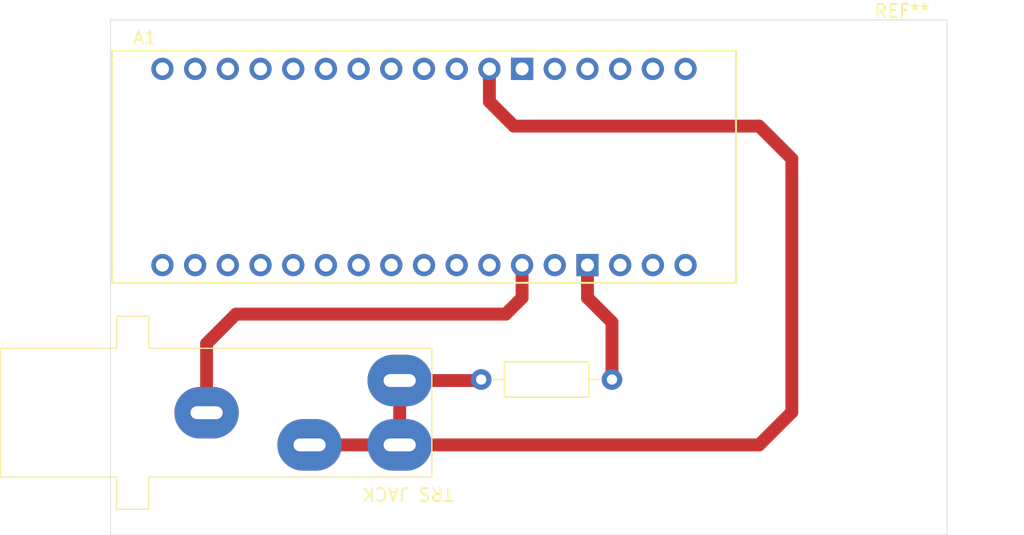
<source format=kicad_pcb>
(kicad_pcb (version 20241229) (generator "pcbnew") (generator_version "9.0")
  (layers (0 "F.Cu" signal) (2 "B.Cu" signal) (13 "F.Paste" user) (15 "B.Paste" user) (5 "F.SilkS" user "F.Silkscreen") (7 "B.SilkS" user "B.Silkscreen") (1 "F.Mask" user) (3 "B.Mask" user) (25 "Edge.Cuts" user))
  (net 0 "")
  (net 24 "Net-(A1-D2{slash}SDA)")
  (net 30 "+5V")
  (net 31 "GND")
  (footprint "PCM_arduino-library:Arduino_Micro_Socket" (layer "F.Cu") (at 0.12 20.425)
    (property "Reference" "A1" (at 2.54 -19.05 0) (layer "F.SilkS"))
    (property "Value" "Arduino_Micro_Socket")
    (fp_line (start 0 -18.034) (end 48.48 -18.034) (stroke (width 0.15)) (layer "F.SilkS"))
    (fp_line (start 0 -18) (end 0 0) (stroke (width 0.15)) (layer "F.SilkS"))
    (fp_line (start 0 0) (end 48.48 0) (stroke (width 0.15)) (layer "F.SilkS"))
    (fp_line (start 48.48 -18) (end 48.48 0) (stroke (width 0.15)) (layer "F.SilkS"))
    (pad "" np_thru_hole circle (at 1.38 -16.62) (size 1.4 1.4) (drill 1.4) (layers "*.Cu" "*.Mask"))
    (pad "" np_thru_hole circle (at 1.38 -1.38) (size 1.4 1.4) (drill 1.4) (layers "*.Cu" "*.Mask"))
    (pad "" thru_hole oval (at 26.78 -1.38) (size 1.7272 1.7272) (drill 1.016) (layers "*.Cu" "*.Mask"))
    (pad "" thru_hole oval (at 29.32 -1.38) (size 1.7272 1.7272) (drill 1.016) (layers "*.Cu" "*.Mask"))
    (pad "" np_thru_hole circle (at 47.1 -16.62) (size 1.016 1.016) (drill 1.016) (layers "*.Cu" "*.Mask"))
    (pad "" np_thru_hole circle (at 47.1 -1.38) (size 1.4 1.4) (drill 1.4) (layers "*.Cu" "*.Mask"))
    (pad "3V3" thru_hole oval (at 6.46 -1.38) (size 1.7272 1.7272) (drill 1.016) (layers "*.Cu" "*.Mask"))
    (pad "5V" thru_hole oval (at 31.86 -1.38) (size 1.7272 1.7272) (drill 1.016) (layers "*.Cu" "*.Mask") (net 30 "+5V"))
    (pad "A0" thru_hole oval (at 11.54 -1.38) (size 1.7272 1.7272) (drill 1.016) (layers "*.Cu" "*.Mask"))
    (pad "A1" thru_hole oval (at 14.08 -1.38) (size 1.7272 1.7272) (drill 1.016) (layers "*.Cu" "*.Mask"))
    (pad "A2" thru_hole oval (at 16.62 -1.38) (size 1.7272 1.7272) (drill 1.016) (layers "*.Cu" "*.Mask"))
    (pad "A3" thru_hole oval (at 19.16 -1.38) (size 1.7272 1.7272) (drill 1.016) (layers "*.Cu" "*.Mask"))
    (pad "A4" thru_hole oval (at 21.7 -1.38) (size 1.7272 1.7272) (drill 1.016) (layers "*.Cu" "*.Mask"))
    (pad "A5" thru_hole oval (at 24.24 -1.38) (size 1.7272 1.7272) (drill 1.016) (layers "*.Cu" "*.Mask"))
    (pad "AREF" thru_hole oval (at 9 -1.38) (size 1.7272 1.7272) (drill 1.016) (layers "*.Cu" "*.Mask"))
    (pad "D0" thru_hole oval (at 36.94 -16.62) (size 1.7272 1.7272) (drill 1.016) (layers "*.Cu" "*.Mask"))
    (pad "D1" thru_hole oval (at 39.48 -16.62) (size 1.7272 1.7272) (drill 1.016) (layers "*.Cu" "*.Mask"))
    (pad "D2" thru_hole oval (at 29.32 -16.62) (size 1.7272 1.7272) (drill 1.016) (layers "*.Cu" "*.Mask") (net 24 "Net-(A1-D2{slash}SDA)"))
    (pad "D3" thru_hole oval (at 26.78 -16.62) (size 1.7272 1.7272) (drill 1.016) (layers "*.Cu" "*.Mask"))
    (pad "D4" thru_hole oval (at 24.24 -16.62) (size 1.7272 1.7272) (drill 1.016) (layers "*.Cu" "*.Mask"))
    (pad "D5" thru_hole oval (at 21.7 -16.62) (size 1.7272 1.7272) (drill 1.016) (layers "*.Cu" "*.Mask"))
    (pad "D6" thru_hole oval (at 19.16 -16.62) (size 1.7272 1.7272) (drill 1.016) (layers "*.Cu" "*.Mask"))
    (pad "D7" thru_hole oval (at 16.62 -16.62) (size 1.7272 1.7272) (drill 1.016) (layers "*.Cu" "*.Mask"))
    (pad "D8" thru_hole oval (at 14.08 -16.62) (size 1.7272 1.7272) (drill 1.016) (layers "*.Cu" "*.Mask"))
    (pad "D9" thru_hole oval (at 11.54 -16.62) (size 1.7272 1.7272) (drill 1.016) (layers "*.Cu" "*.Mask"))
    (pad "D10" thru_hole oval (at 9 -16.62) (size 1.7272 1.7272) (drill 1.016) (layers "*.Cu" "*.Mask"))
    (pad "D11" thru_hole oval (at 6.46 -16.62) (size 1.7272 1.7272) (drill 1.016) (layers "*.Cu" "*.Mask"))
    (pad "D12" thru_hole oval (at 3.92 -16.62) (size 1.7272 1.7272) (drill 1.016) (layers "*.Cu" "*.Mask"))
    (pad "D13" thru_hole oval (at 3.92 -1.38) (size 1.7272 1.7272) (drill 1.016) (layers "*.Cu" "*.Mask"))
    (pad "GND1" thru_hole rect (at 36.94 -1.38) (size 1.7272 1.7272) (drill 1.016) (layers "*.Cu" "*.Mask") (net 31 "GND"))
    (pad "GND2" thru_hole rect (at 31.86 -16.62) (size 1.7272 1.7272) (drill 1.016) (layers "*.Cu" "*.Mask") (net 31 "GND"))
    (pad "MISO" thru_hole oval (at 42.02 -1.38) (size 1.7272 1.7272) (drill 1.016) (layers "*.Cu" "*.Mask"))
    (pad "MOSI" thru_hole circle (at 44.56 -16.62) (size 1.7272 1.7272) (drill 1.016) (layers "*.Cu" "*.Mask"))
    (pad "RST1" thru_hole oval (at 34.4 -1.38) (size 1.7272 1.7272) (drill 1.016) (layers "*.Cu" "*.Mask"))
    (pad "RST2" thru_hole oval (at 34.4 -16.62) (size 1.7272 1.7272) (drill 1.016) (layers "*.Cu" "*.Mask"))
    (pad "SCK" thru_hole oval (at 44.56 -1.38) (size 1.7272 1.7272) (drill 1.016) (layers "*.Cu" "*.Mask"))
    (pad "SS" thru_hole oval (at 42.02 -16.62) (size 1.7272 1.7272) (drill 1.016) (layers "*.Cu" "*.Mask"))
    (pad "VIN" thru_hole oval (at 39.48 -1.38) (size 1.7272 1.7272) (drill 1.016) (layers "*.Cu" "*.Mask"))
  )
  (footprint "Custom:Jack_TRS_6.3_Ketron" (layer "F.Cu") (at 24.97 35.515 180)
    (property "Reference" "J1" (hide yes))
    (property "Value" "AudioJack3")
    (fp_line (start 33.5 10) (end 24.5 10) (stroke (width 0.1)) (layer "F.SilkS"))
    (fp_line (start 33.5 0) (end 33.5 10) (stroke (width 0.1)) (layer "F.SilkS"))
    (fp_line (start 24.5 12.5) (end 22 12.5) (stroke (width 0.1)) (layer "F.SilkS"))
    (fp_line (start 24.5 10) (end 24.5 12.5) (stroke (width 0.1)) (layer "F.SilkS"))
    (fp_line (start 24.5 0) (end 33.5 0) (stroke (width 0.1)) (layer "F.SilkS"))
    (fp_line (start 24.5 -2.5) (end 24.5 0) (stroke (width 0.1)) (layer "F.SilkS"))
    (fp_line (start 22 12.5) (end 22 10) (stroke (width 0.1)) (layer "F.SilkS"))
    (fp_line (start 22 10) (end 0 10) (stroke (width 0.1)) (layer "F.SilkS"))
    (fp_line (start 22 0) (end 22 -2.5) (stroke (width 0.1)) (layer "F.SilkS"))
    (fp_line (start 22 -2.5) (end 24.5 -2.5) (stroke (width 0.1)) (layer "F.SilkS"))
    (fp_line (start 0 10) (end 0 0) (stroke (width 0.1)) (layer "F.SilkS"))
    (fp_line (start 0 0) (end 22 0) (stroke (width 0.1)) (layer "F.SilkS"))
    (fp_text user "TRS JACK" (at 1.88 -1.31 180) (layer "F.SilkS"))
    (pad "R" thru_hole oval (at 2.5 7.5 180) (size 5 4) (drill oval 2.5 1) (layers "*.Cu" "*.Mask") (net 24 "Net-(A1-D2{slash}SDA)"))
    (pad "S" thru_hole oval (at 17.5 5 180) (size 5 4) (drill oval 2.5 1) (layers "*.Cu" "*.Mask") (net 30 "+5V"))
    (pad "T" thru_hole oval (at 2.5 2.5 180) (size 5 4) (drill oval 2.5 1) (layers "*.Cu" "*.Mask") (net 24 "Net-(A1-D2{slash}SDA)"))
    (pad "T" thru_hole oval (at 9.5 2.5 180) (size 5 4) (drill oval 2.5 1) (layers "*.Cu" "*.Mask") (net 24 "Net-(A1-D2{slash}SDA)"))
  )
  (footprint "Resistor_THT:R_Axial_DIN0207_L6.3mm_D2.5mm_P10.16mm_Horizontal" (layer "F.Cu") (at 28.805 27.935)
    (property "Reference" "R1" (hide yes))
    (property "Value" "R" (hide yes))
    (fp_line (start 1.04 0) (end 1.81 0) (stroke (width 0.12)) (layer "F.SilkS"))
    (fp_line (start 1.81 -1.37) (end 1.81 1.37) (stroke (width 0.12)) (layer "F.SilkS"))
    (fp_line (start 1.81 1.37) (end 8.35 1.37) (stroke (width 0.12)) (layer "F.SilkS"))
    (fp_line (start 8.35 -1.37) (end 1.81 -1.37) (stroke (width 0.12)) (layer "F.SilkS"))
    (fp_line (start 8.35 1.37) (end 8.35 -1.37) (stroke (width 0.12)) (layer "F.SilkS"))
    (fp_line (start 9.12 0) (end 8.35 0) (stroke (width 0.12)) (layer "F.SilkS"))
    (pad "1" thru_hole circle (at 0 0) (size 1.6 1.6) (drill 0.8) (layers "*.Cu" "*.Mask") (net 24 "Net-(A1-D2{slash}SDA)"))
    (pad "2" thru_hole oval (at 10.16 0) (size 1.6 1.6) (drill 0.8) (layers "*.Cu" "*.Mask") (net 31 "GND"))
  )
  (footprint "MountingHole:MountingHole_3.2mm_M3" (layer "F.Cu") (at 61.5 3.5)
    (property "Reference" "REF**" (at 0 -4.2 0) (layer "F.SilkS"))
    (property "Value" "MountingHole_3.2mm_M3")
    (pad "" np_thru_hole circle (at 0 0) (size 3.2 3.2) (drill 3.2) (layers "*.Cu" "*.Mask"))
  )
  (gr_rect (start 0 0) (end 65 40) (stroke (width 0.05)) (fill no) (layer "Edge.Cuts"))
  (segment (start 22.47 28.015) (end 28.725 28.015) (width 1) (layer "F.Cu") (net 24))
  (segment (start 50.395 8.25) (end 31.345 8.25) (width 1) (layer "F.Cu") (net 24))
  (segment (start 52.935 30.475) (end 52.935 10.79) (width 1) (layer "F.Cu") (net 24))
  (segment (start 50.395 33.015) (end 52.935 30.475) (width 1) (layer "F.Cu") (net 24))
  (segment (start 22.47 28.015) (end 22.47 33.015) (width 1) (layer "F.Cu") (net 24))
  (segment (start 22.47 33.015) (end 50.395 33.015) (width 1) (layer "F.Cu") (net 24))
  (segment (start 15.47 33.015) (end 22.47 33.015) (width 1) (layer "F.Cu") (net 24))
  (segment (start 29.44 6.345) (end 29.44 3.805) (width 1) (layer "F.Cu") (net 24))
  (segment (start 31.345 8.25) (end 29.44 6.345) (width 1) (layer "F.Cu") (net 24))
  (segment (start 28.725 28.015) (end 28.805 27.935) (width 1) (layer "F.Cu") (net 24))
  (segment (start 52.935 10.79) (end 50.395 8.25) (width 1) (layer "F.Cu") (net 24))
  (segment (start 7.47 25.14) (end 7.47 30.515) (width 1) (layer "F.Cu") (net 30))
  (segment (start 9.755 22.855) (end 7.47 25.14) (width 1) (layer "F.Cu") (net 30))
  (segment (start 31.98 21.585) (end 30.71 22.855) (width 1) (layer "F.Cu") (net 30))
  (segment (start 31.98 19.045) (end 31.98 21.585) (width 1) (layer "F.Cu") (net 30))
  (segment (start 30.71 22.855) (end 9.755 22.855) (width 1) (layer "F.Cu") (net 30))
  (segment (start 37.06 19.045) (end 37.06 21.585) (width 1) (layer "F.Cu") (net 31))
  (segment (start 38.965 23.49) (end 38.965 27.935) (width 1) (layer "F.Cu") (net 31))
  (segment (start 37.06 21.585) (end 38.965 23.49) (width 1) (layer "F.Cu") (net 31))
)
</source>
